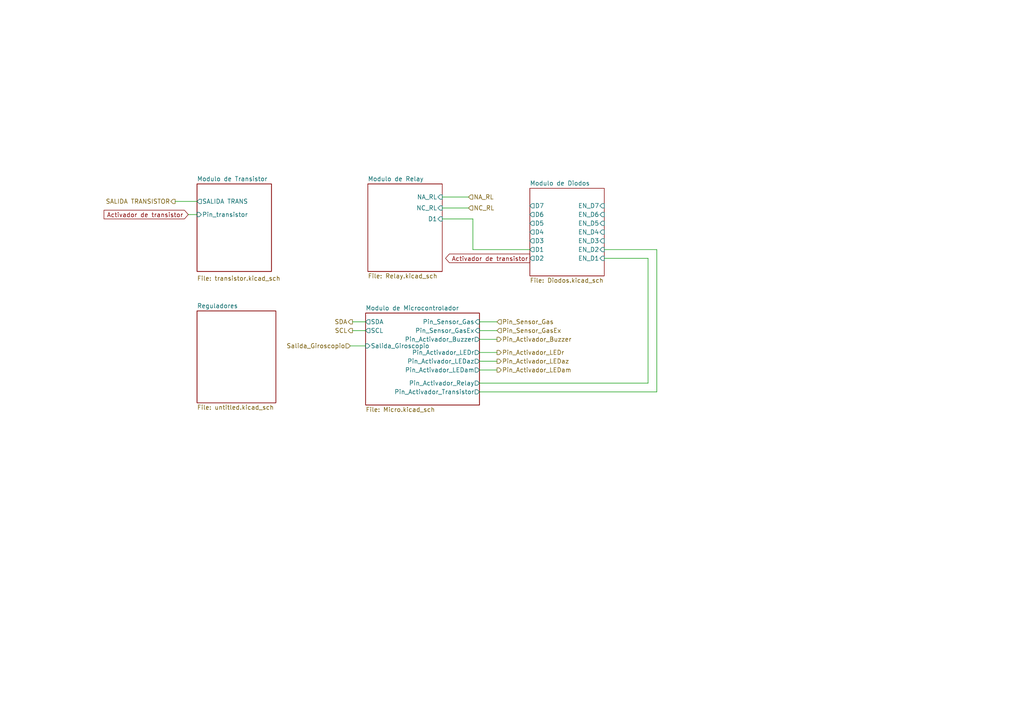
<source format=kicad_sch>
(kicad_sch (version 20230121) (generator eeschema)
  (paper "A4")
  (lib_symbols)
  (wire (pts (xy 139.065 93.345) (xy 144.145 93.345)))
  (wire (pts (xy 50.8 58.42) (xy 57.15 58.42)))
  (wire (pts (xy 190.5 72.39) (xy 175.26 72.39)))
  (wire (pts (xy 139.065 95.885) (xy 144.145 95.885)))
  (wire (pts (xy 187.96 111.125) (xy 187.96 74.93)))
  (wire (pts (xy 139.065 107.315) (xy 144.145 107.315)))
  (wire (pts (xy 102.235 93.345) (xy 106.045 93.345)))
  (wire (pts (xy 139.065 104.775) (xy 144.145 104.775)))
  (wire (pts (xy 139.065 113.665) (xy 190.5 113.665)))
  (wire (pts (xy 54.61 62.23) (xy 57.15 62.23)))
  (wire (pts (xy 137.16 63.5) (xy 137.16 72.39)))
  (wire (pts (xy 139.065 102.235) (xy 144.145 102.235)))
  (wire (pts (xy 139.065 111.125) (xy 187.96 111.125)))
  (wire (pts (xy 101.6 100.33) (xy 106.045 100.33)))
  (wire (pts (xy 190.5 72.39) (xy 190.5 113.665)))
  (wire (pts (xy 137.16 72.39) (xy 153.67 72.39)))
  (wire (pts (xy 128.27 60.325) (xy 135.89 60.325)))
  (wire (pts (xy 137.16 63.5) (xy 128.27 63.5)))
  (wire (pts (xy 102.235 95.885) (xy 106.045 95.885)))
  (wire (pts (xy 139.065 98.425) (xy 144.145 98.425)))
  (wire (pts (xy 187.96 74.93) (xy 175.26 74.93)))
  (wire (pts (xy 128.27 57.15) (xy 135.89 57.15)))
  (global_label "Activador de transistor" (shape output) (at 153.67 74.93 180) (property "Intersheetrefs" "${INTERSHEET_REFS}" (effects hide)))
  (global_label "Activador de transistor" (shape input) (at 54.61 62.23 180) (property "Intersheetrefs" "${INTERSHEET_REFS}" (effects hide)))
  (hierarchical_label "Pin_Sensor_GasEx" (shape input) (at 144.145 95.885 0))
  (hierarchical_label "Pin_Activador_Buzzer" (shape output) (at 144.145 98.425 0))
  (hierarchical_label "Pin_Activador_LEDaz" (shape output) (at 144.145 104.775 0))
  (hierarchical_label "SALIDA TRANSISTOR" (shape output) (at 50.8 58.42 180))
  (hierarchical_label "Salida_Giroscopio" (shape input) (at 101.6 100.33 180))
  (hierarchical_label "SCL" (shape output) (at 102.235 95.885 180))
  (hierarchical_label "Pin_Sensor_Gas" (shape input) (at 144.145 93.345 0))
  (hierarchical_label "Pin_Activador_LEDr" (shape output) (at 144.145 102.235 0))
  (hierarchical_label "NC_RL" (shape input) (at 135.89 60.325 0))
  (hierarchical_label "SDA" (shape output) (at 102.235 93.345 180))
  (hierarchical_label "Pin_Activador_LEDam" (shape output) (at 144.145 107.315 0))
  (hierarchical_label "NA_RL" (shape input) (at 135.89 57.15 0))
  (sheet (at 106.68 53.34) (size 21.59 25.4) (stroke (width 0.1524))
    (property "Sheetname" "Modulo de Relay" (at 106.68 52.6284 0) (effects (justify left bottom)))
    (property "Sheetfile" "Relay.kicad_sch" (at 106.68 79.3246 0) (effects (justify left top)))
    (pin "NA_RL" input (at 128.27 57.15 0))
    (pin "D1" input (at 128.27 63.5 0))
    (pin "NC_RL" input (at 128.27 60.325 0))
  )
  (sheet (at 106.045 90.805) (size 33.02 26.67) (stroke (width 0.1524))
    (property "Sheetname" "Modulo de Microcontrolador" (at 106.045 90.0934 0) (effects (justify left bottom)))
    (property "Sheetfile" "Micro.kicad_sch" (at 106.045 118.0596 0) (effects (justify left top)))
    (pin "Pin_Sensor_Gas" input (at 139.065 93.345 0))
    (pin "Pin_Activador_Buzzer" output (at 139.065 98.425 0))
    (pin "Pin_Activador_LEDr" output (at 139.065 102.235 0))
    (pin "Pin_Activador_Transistor" output (at 139.065 113.665 0))
    (pin "Pin_Activador_Relay" output (at 139.065 111.125 0))
    (pin "Pin_Sensor_GasEx" input (at 139.065 95.885 0))
    (pin "Pin_Activador_LEDaz" output (at 139.065 104.775 0))
    (pin "Pin_Activador_LEDam" output (at 139.065 107.315 0))
    (pin "SDA" output (at 106.045 93.345 180))
    (pin "SCL" output (at 106.045 95.885 180))
    (pin "Salida_Giroscopio" input (at 106.045 100.33 180))
  )
  (sheet (at 57.15 53.34) (size 21.59 25.4) (stroke (width 0.1524))
    (property "Sheetname" "Modulo de Transistor" (at 57.15 52.6284 0) (effects (justify left bottom)))
    (property "Sheetfile" "transistor.kicad_sch" (at 57.15 80.01 0) (effects (justify left top)))
    (pin "SALIDA TRANS" output (at 57.15 58.42 180))
    (pin "Pin_transistor" input (at 57.15 62.23 180))
  )
  (sheet (at 153.67 54.61) (size 21.59 25.4) (stroke (width 0.1524))
    (property "Sheetname" "Modulo de Diodos" (at 153.67 53.8984 0) (effects (justify left bottom)))
    (property "Sheetfile" "Diodos.kicad_sch" (at 153.67 80.5946 0) (effects (justify left top)))
    (pin "D6" output (at 153.67 62.23 180))
    (pin "D7" output (at 153.67 59.69 180))
    (pin "D5" output (at 153.67 64.77 180))
    (pin "D4" output (at 153.67 67.31 180))
    (pin "D3" output (at 153.67 69.85 180))
    (pin "D1" output (at 153.67 72.39 180))
    (pin "D2" output (at 153.67 74.93 180))
    (pin "EN_D6" input (at 175.26 62.23 0))
    (pin "EN_D7" input (at 175.26 59.69 0))
    (pin "EN_D2" input (at 175.26 72.39 0))
    (pin "EN_D1" input (at 175.26 74.93 0))
    (pin "EN_D3" input (at 175.26 69.85 0))
    (pin "EN_D4" input (at 175.26 67.31 0))
    (pin "EN_D5" input (at 175.26 64.77 0))
  )
  (sheet (at 57.15 90.17) (size 22.86 26.67) (stroke (width 0.1524))
    (property "Sheetname" "Reguladores" (at 57.15 89.4584 0) (effects (justify left bottom)))
    (property "Sheetfile" "untitled.kicad_sch" (at 57.15 117.4246 0) (effects (justify left top)))
  )
)
</source>
